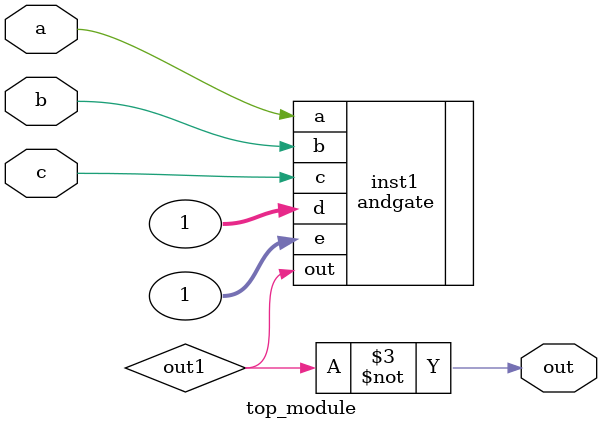
<source format=sv>
module top_module (input a, input b, input c, output out);//
wire out1;
    andgate inst1 ( .a(a), .b(b), .c(c), .d(1), .e(1), .out(out1) );
	assign out=~out1;

endmodule

</source>
